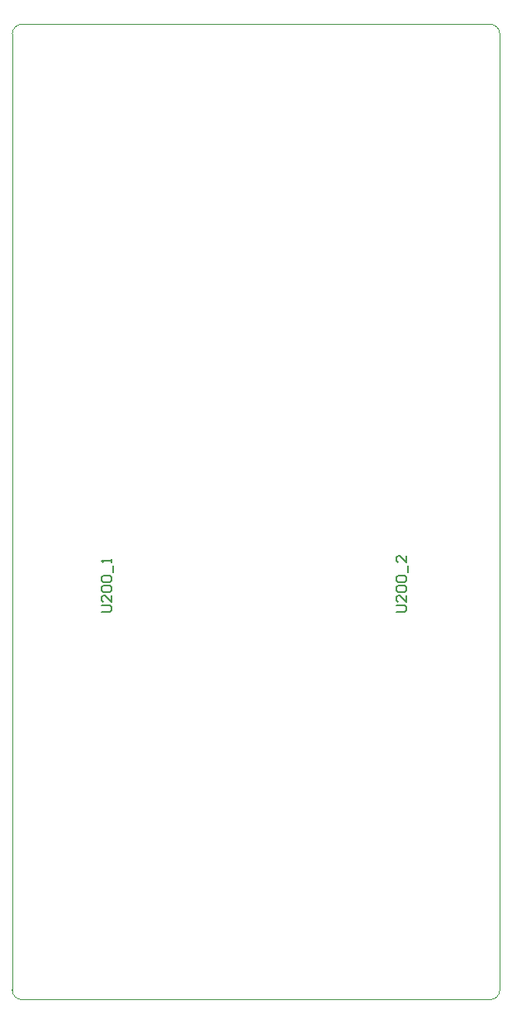
<source format=gm1>
G04*
G04 #@! TF.GenerationSoftware,Altium Limited,Altium Designer,21.4.1 (30)*
G04*
G04 Layer_Color=16711935*
%FSLAX25Y25*%
%MOIN*%
G70*
G04*
G04 #@! TF.SameCoordinates,7EEB5CCF-43E0-40BE-B5BA-AD8CC80F1960*
G04*
G04*
G04 #@! TF.FilePolarity,Positive*
G04*
G01*
G75*
%ADD47C,0.00000*%
%ADD48C,0.00700*%
D47*
X0Y3937D02*
G03*
X3937Y0I3937J0D01*
G01*
X192913D02*
G03*
X196850Y3937I0J3937D01*
G01*
X3937Y393701D02*
G03*
X0Y389764I0J-3937D01*
G01*
X196850D02*
G03*
X192913Y393701I-3937J0D01*
G01*
X196850Y3937D02*
Y389764D01*
X3937Y0D02*
X192913D01*
X3937Y393701D02*
X192913D01*
X0Y3937D02*
Y389764D01*
D48*
X155214Y156641D02*
X158546D01*
X159213Y157308D01*
Y158641D01*
X158546Y159307D01*
X155214D01*
X159213Y163306D02*
Y160640D01*
X156547Y163306D01*
X155881D01*
X155214Y162639D01*
Y161307D01*
X155881Y160640D01*
Y164639D02*
X155214Y165305D01*
Y166638D01*
X155881Y167305D01*
X158546D01*
X159213Y166638D01*
Y165305D01*
X158546Y164639D01*
X155881D01*
Y168638D02*
X155214Y169304D01*
Y170637D01*
X155881Y171303D01*
X158546D01*
X159213Y170637D01*
Y169304D01*
X158546Y168638D01*
X155881D01*
X159879Y172636D02*
Y175302D01*
X159213Y179301D02*
Y176635D01*
X156547Y179301D01*
X155881D01*
X155214Y178634D01*
Y177301D01*
X155881Y176635D01*
X36239Y156641D02*
X39572D01*
X40238Y157308D01*
Y158641D01*
X39572Y159307D01*
X36239D01*
X40238Y163306D02*
Y160640D01*
X37572Y163306D01*
X36906D01*
X36239Y162639D01*
Y161307D01*
X36906Y160640D01*
Y164639D02*
X36239Y165305D01*
Y166638D01*
X36906Y167305D01*
X39572D01*
X40238Y166638D01*
Y165305D01*
X39572Y164639D01*
X36906D01*
Y168638D02*
X36239Y169304D01*
Y170637D01*
X36906Y171303D01*
X39572D01*
X40238Y170637D01*
Y169304D01*
X39572Y168638D01*
X36906D01*
X40905Y172636D02*
Y175302D01*
X40238Y176635D02*
Y177968D01*
Y177301D01*
X36239D01*
X36906Y176635D01*
M02*

</source>
